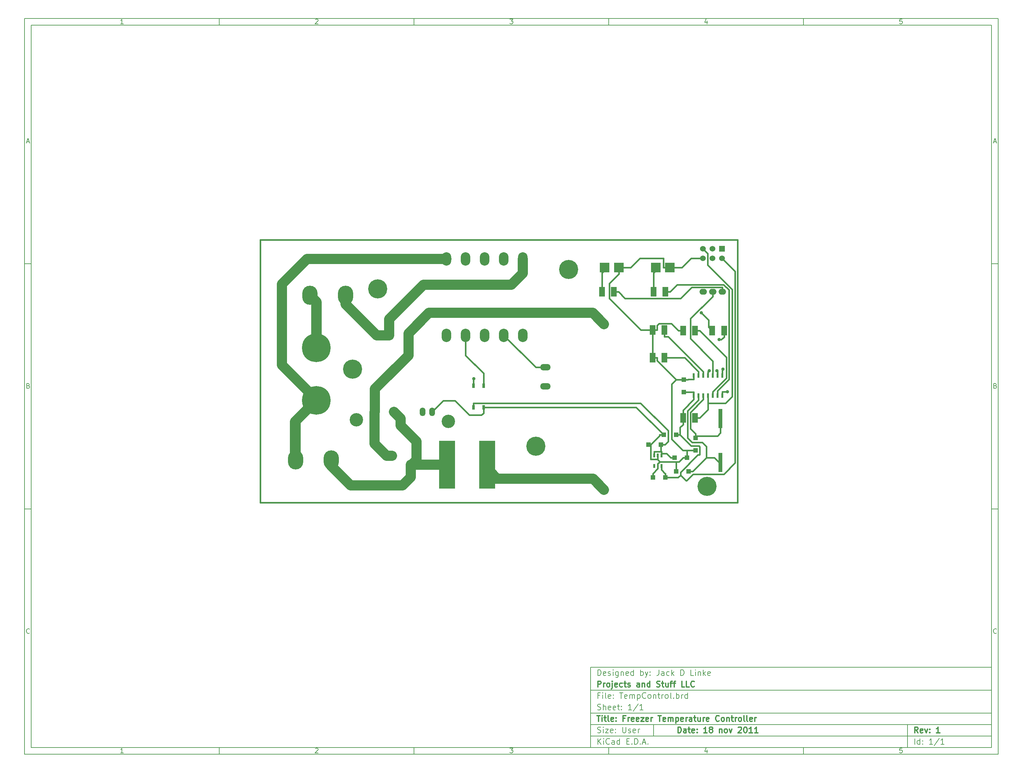
<source format=gtl>
G04 (created by PCBNEW-RS274X (2011-07-08 BZR 3044)-stable) date 11/18/2011 4:50:18 PM*
G01*
G70*
G90*
%MOIN*%
G04 Gerber Fmt 3.4, Leading zero omitted, Abs format*
%FSLAX34Y34*%
G04 APERTURE LIST*
%ADD10C,0.006000*%
%ADD11C,0.012000*%
%ADD12C,0.015000*%
%ADD13C,0.200000*%
%ADD14R,0.020000X0.045000*%
%ADD15R,0.060000X0.060000*%
%ADD16C,0.060000*%
%ADD17R,0.023600X0.043300*%
%ADD18R,0.167300X0.500000*%
%ADD19C,0.102400*%
%ADD20R,0.049200X0.049200*%
%ADD21R,0.059100X0.098400*%
%ADD22O,0.100000X0.070000*%
%ADD23R,0.026000X0.050000*%
%ADD24O,0.100000X0.140000*%
%ADD25O,0.160000X0.200000*%
%ADD26O,0.066900X0.110200*%
%ADD27O,0.110200X0.066900*%
%ADD28R,0.039400X0.200000*%
%ADD29C,0.140000*%
%ADD30R,0.100000X0.100000*%
%ADD31O,0.060000X0.090000*%
%ADD32C,0.300000*%
%ADD33O,0.080000X0.060000*%
%ADD34C,0.035000*%
%ADD35C,0.016000*%
%ADD36C,0.108000*%
G04 APERTURE END LIST*
G54D10*
X04000Y-04000D02*
X106000Y-04000D01*
X106000Y-81000D01*
X04000Y-81000D01*
X04000Y-04000D01*
X04700Y-04700D02*
X105300Y-04700D01*
X105300Y-80300D01*
X04700Y-80300D01*
X04700Y-04700D01*
X24400Y-04000D02*
X24400Y-04700D01*
X14343Y-04552D02*
X14057Y-04552D01*
X14200Y-04552D02*
X14200Y-04052D01*
X14152Y-04124D01*
X14105Y-04171D01*
X14057Y-04195D01*
X24400Y-81000D02*
X24400Y-80300D01*
X14343Y-80852D02*
X14057Y-80852D01*
X14200Y-80852D02*
X14200Y-80352D01*
X14152Y-80424D01*
X14105Y-80471D01*
X14057Y-80495D01*
X44800Y-04000D02*
X44800Y-04700D01*
X34457Y-04100D02*
X34481Y-04076D01*
X34529Y-04052D01*
X34648Y-04052D01*
X34695Y-04076D01*
X34719Y-04100D01*
X34743Y-04148D01*
X34743Y-04195D01*
X34719Y-04267D01*
X34433Y-04552D01*
X34743Y-04552D01*
X44800Y-81000D02*
X44800Y-80300D01*
X34457Y-80400D02*
X34481Y-80376D01*
X34529Y-80352D01*
X34648Y-80352D01*
X34695Y-80376D01*
X34719Y-80400D01*
X34743Y-80448D01*
X34743Y-80495D01*
X34719Y-80567D01*
X34433Y-80852D01*
X34743Y-80852D01*
X65200Y-04000D02*
X65200Y-04700D01*
X54833Y-04052D02*
X55143Y-04052D01*
X54976Y-04243D01*
X55048Y-04243D01*
X55095Y-04267D01*
X55119Y-04290D01*
X55143Y-04338D01*
X55143Y-04457D01*
X55119Y-04505D01*
X55095Y-04529D01*
X55048Y-04552D01*
X54905Y-04552D01*
X54857Y-04529D01*
X54833Y-04505D01*
X65200Y-81000D02*
X65200Y-80300D01*
X54833Y-80352D02*
X55143Y-80352D01*
X54976Y-80543D01*
X55048Y-80543D01*
X55095Y-80567D01*
X55119Y-80590D01*
X55143Y-80638D01*
X55143Y-80757D01*
X55119Y-80805D01*
X55095Y-80829D01*
X55048Y-80852D01*
X54905Y-80852D01*
X54857Y-80829D01*
X54833Y-80805D01*
X85600Y-04000D02*
X85600Y-04700D01*
X75495Y-04219D02*
X75495Y-04552D01*
X75376Y-04029D02*
X75257Y-04386D01*
X75567Y-04386D01*
X85600Y-81000D02*
X85600Y-80300D01*
X75495Y-80519D02*
X75495Y-80852D01*
X75376Y-80329D02*
X75257Y-80686D01*
X75567Y-80686D01*
X95919Y-04052D02*
X95681Y-04052D01*
X95657Y-04290D01*
X95681Y-04267D01*
X95729Y-04243D01*
X95848Y-04243D01*
X95895Y-04267D01*
X95919Y-04290D01*
X95943Y-04338D01*
X95943Y-04457D01*
X95919Y-04505D01*
X95895Y-04529D01*
X95848Y-04552D01*
X95729Y-04552D01*
X95681Y-04529D01*
X95657Y-04505D01*
X95919Y-80352D02*
X95681Y-80352D01*
X95657Y-80590D01*
X95681Y-80567D01*
X95729Y-80543D01*
X95848Y-80543D01*
X95895Y-80567D01*
X95919Y-80590D01*
X95943Y-80638D01*
X95943Y-80757D01*
X95919Y-80805D01*
X95895Y-80829D01*
X95848Y-80852D01*
X95729Y-80852D01*
X95681Y-80829D01*
X95657Y-80805D01*
X04000Y-29660D02*
X04700Y-29660D01*
X04231Y-16890D02*
X04469Y-16890D01*
X04184Y-17032D02*
X04350Y-16532D01*
X04517Y-17032D01*
X106000Y-29660D02*
X105300Y-29660D01*
X105531Y-16890D02*
X105769Y-16890D01*
X105484Y-17032D02*
X105650Y-16532D01*
X105817Y-17032D01*
X04000Y-55320D02*
X04700Y-55320D01*
X04386Y-42430D02*
X04457Y-42454D01*
X04481Y-42478D01*
X04505Y-42526D01*
X04505Y-42597D01*
X04481Y-42645D01*
X04457Y-42669D01*
X04410Y-42692D01*
X04219Y-42692D01*
X04219Y-42192D01*
X04386Y-42192D01*
X04433Y-42216D01*
X04457Y-42240D01*
X04481Y-42288D01*
X04481Y-42335D01*
X04457Y-42383D01*
X04433Y-42407D01*
X04386Y-42430D01*
X04219Y-42430D01*
X106000Y-55320D02*
X105300Y-55320D01*
X105686Y-42430D02*
X105757Y-42454D01*
X105781Y-42478D01*
X105805Y-42526D01*
X105805Y-42597D01*
X105781Y-42645D01*
X105757Y-42669D01*
X105710Y-42692D01*
X105519Y-42692D01*
X105519Y-42192D01*
X105686Y-42192D01*
X105733Y-42216D01*
X105757Y-42240D01*
X105781Y-42288D01*
X105781Y-42335D01*
X105757Y-42383D01*
X105733Y-42407D01*
X105686Y-42430D01*
X105519Y-42430D01*
X04505Y-68305D02*
X04481Y-68329D01*
X04410Y-68352D01*
X04362Y-68352D01*
X04290Y-68329D01*
X04243Y-68281D01*
X04219Y-68233D01*
X04195Y-68138D01*
X04195Y-68067D01*
X04219Y-67971D01*
X04243Y-67924D01*
X04290Y-67876D01*
X04362Y-67852D01*
X04410Y-67852D01*
X04481Y-67876D01*
X04505Y-67900D01*
X105805Y-68305D02*
X105781Y-68329D01*
X105710Y-68352D01*
X105662Y-68352D01*
X105590Y-68329D01*
X105543Y-68281D01*
X105519Y-68233D01*
X105495Y-68138D01*
X105495Y-68067D01*
X105519Y-67971D01*
X105543Y-67924D01*
X105590Y-67876D01*
X105662Y-67852D01*
X105710Y-67852D01*
X105781Y-67876D01*
X105805Y-67900D01*
G54D11*
X72443Y-78743D02*
X72443Y-78143D01*
X72586Y-78143D01*
X72671Y-78171D01*
X72729Y-78229D01*
X72757Y-78286D01*
X72786Y-78400D01*
X72786Y-78486D01*
X72757Y-78600D01*
X72729Y-78657D01*
X72671Y-78714D01*
X72586Y-78743D01*
X72443Y-78743D01*
X73300Y-78743D02*
X73300Y-78429D01*
X73271Y-78371D01*
X73214Y-78343D01*
X73100Y-78343D01*
X73043Y-78371D01*
X73300Y-78714D02*
X73243Y-78743D01*
X73100Y-78743D01*
X73043Y-78714D01*
X73014Y-78657D01*
X73014Y-78600D01*
X73043Y-78543D01*
X73100Y-78514D01*
X73243Y-78514D01*
X73300Y-78486D01*
X73500Y-78343D02*
X73729Y-78343D01*
X73586Y-78143D02*
X73586Y-78657D01*
X73614Y-78714D01*
X73672Y-78743D01*
X73729Y-78743D01*
X74157Y-78714D02*
X74100Y-78743D01*
X73986Y-78743D01*
X73929Y-78714D01*
X73900Y-78657D01*
X73900Y-78429D01*
X73929Y-78371D01*
X73986Y-78343D01*
X74100Y-78343D01*
X74157Y-78371D01*
X74186Y-78429D01*
X74186Y-78486D01*
X73900Y-78543D01*
X74443Y-78686D02*
X74471Y-78714D01*
X74443Y-78743D01*
X74414Y-78714D01*
X74443Y-78686D01*
X74443Y-78743D01*
X74443Y-78371D02*
X74471Y-78400D01*
X74443Y-78429D01*
X74414Y-78400D01*
X74443Y-78371D01*
X74443Y-78429D01*
X75500Y-78743D02*
X75157Y-78743D01*
X75329Y-78743D02*
X75329Y-78143D01*
X75272Y-78229D01*
X75214Y-78286D01*
X75157Y-78314D01*
X75843Y-78400D02*
X75785Y-78371D01*
X75757Y-78343D01*
X75728Y-78286D01*
X75728Y-78257D01*
X75757Y-78200D01*
X75785Y-78171D01*
X75843Y-78143D01*
X75957Y-78143D01*
X76014Y-78171D01*
X76043Y-78200D01*
X76071Y-78257D01*
X76071Y-78286D01*
X76043Y-78343D01*
X76014Y-78371D01*
X75957Y-78400D01*
X75843Y-78400D01*
X75785Y-78429D01*
X75757Y-78457D01*
X75728Y-78514D01*
X75728Y-78629D01*
X75757Y-78686D01*
X75785Y-78714D01*
X75843Y-78743D01*
X75957Y-78743D01*
X76014Y-78714D01*
X76043Y-78686D01*
X76071Y-78629D01*
X76071Y-78514D01*
X76043Y-78457D01*
X76014Y-78429D01*
X75957Y-78400D01*
X76785Y-78343D02*
X76785Y-78743D01*
X76785Y-78400D02*
X76813Y-78371D01*
X76871Y-78343D01*
X76956Y-78343D01*
X77013Y-78371D01*
X77042Y-78429D01*
X77042Y-78743D01*
X77414Y-78743D02*
X77356Y-78714D01*
X77328Y-78686D01*
X77299Y-78629D01*
X77299Y-78457D01*
X77328Y-78400D01*
X77356Y-78371D01*
X77414Y-78343D01*
X77499Y-78343D01*
X77556Y-78371D01*
X77585Y-78400D01*
X77614Y-78457D01*
X77614Y-78629D01*
X77585Y-78686D01*
X77556Y-78714D01*
X77499Y-78743D01*
X77414Y-78743D01*
X77814Y-78343D02*
X77957Y-78743D01*
X78099Y-78343D01*
X78756Y-78200D02*
X78785Y-78171D01*
X78842Y-78143D01*
X78985Y-78143D01*
X79042Y-78171D01*
X79071Y-78200D01*
X79099Y-78257D01*
X79099Y-78314D01*
X79071Y-78400D01*
X78728Y-78743D01*
X79099Y-78743D01*
X79470Y-78143D02*
X79527Y-78143D01*
X79584Y-78171D01*
X79613Y-78200D01*
X79642Y-78257D01*
X79670Y-78371D01*
X79670Y-78514D01*
X79642Y-78629D01*
X79613Y-78686D01*
X79584Y-78714D01*
X79527Y-78743D01*
X79470Y-78743D01*
X79413Y-78714D01*
X79384Y-78686D01*
X79356Y-78629D01*
X79327Y-78514D01*
X79327Y-78371D01*
X79356Y-78257D01*
X79384Y-78200D01*
X79413Y-78171D01*
X79470Y-78143D01*
X80241Y-78743D02*
X79898Y-78743D01*
X80070Y-78743D02*
X80070Y-78143D01*
X80013Y-78229D01*
X79955Y-78286D01*
X79898Y-78314D01*
X80812Y-78743D02*
X80469Y-78743D01*
X80641Y-78743D02*
X80641Y-78143D01*
X80584Y-78229D01*
X80526Y-78286D01*
X80469Y-78314D01*
G54D10*
X64043Y-79943D02*
X64043Y-79343D01*
X64386Y-79943D02*
X64129Y-79600D01*
X64386Y-79343D02*
X64043Y-79686D01*
X64643Y-79943D02*
X64643Y-79543D01*
X64643Y-79343D02*
X64614Y-79371D01*
X64643Y-79400D01*
X64671Y-79371D01*
X64643Y-79343D01*
X64643Y-79400D01*
X65272Y-79886D02*
X65243Y-79914D01*
X65157Y-79943D01*
X65100Y-79943D01*
X65015Y-79914D01*
X64957Y-79857D01*
X64929Y-79800D01*
X64900Y-79686D01*
X64900Y-79600D01*
X64929Y-79486D01*
X64957Y-79429D01*
X65015Y-79371D01*
X65100Y-79343D01*
X65157Y-79343D01*
X65243Y-79371D01*
X65272Y-79400D01*
X65786Y-79943D02*
X65786Y-79629D01*
X65757Y-79571D01*
X65700Y-79543D01*
X65586Y-79543D01*
X65529Y-79571D01*
X65786Y-79914D02*
X65729Y-79943D01*
X65586Y-79943D01*
X65529Y-79914D01*
X65500Y-79857D01*
X65500Y-79800D01*
X65529Y-79743D01*
X65586Y-79714D01*
X65729Y-79714D01*
X65786Y-79686D01*
X66329Y-79943D02*
X66329Y-79343D01*
X66329Y-79914D02*
X66272Y-79943D01*
X66158Y-79943D01*
X66100Y-79914D01*
X66072Y-79886D01*
X66043Y-79829D01*
X66043Y-79657D01*
X66072Y-79600D01*
X66100Y-79571D01*
X66158Y-79543D01*
X66272Y-79543D01*
X66329Y-79571D01*
X67072Y-79629D02*
X67272Y-79629D01*
X67358Y-79943D02*
X67072Y-79943D01*
X67072Y-79343D01*
X67358Y-79343D01*
X67615Y-79886D02*
X67643Y-79914D01*
X67615Y-79943D01*
X67586Y-79914D01*
X67615Y-79886D01*
X67615Y-79943D01*
X67901Y-79943D02*
X67901Y-79343D01*
X68044Y-79343D01*
X68129Y-79371D01*
X68187Y-79429D01*
X68215Y-79486D01*
X68244Y-79600D01*
X68244Y-79686D01*
X68215Y-79800D01*
X68187Y-79857D01*
X68129Y-79914D01*
X68044Y-79943D01*
X67901Y-79943D01*
X68501Y-79886D02*
X68529Y-79914D01*
X68501Y-79943D01*
X68472Y-79914D01*
X68501Y-79886D01*
X68501Y-79943D01*
X68758Y-79771D02*
X69044Y-79771D01*
X68701Y-79943D02*
X68901Y-79343D01*
X69101Y-79943D01*
X69301Y-79886D02*
X69329Y-79914D01*
X69301Y-79943D01*
X69272Y-79914D01*
X69301Y-79886D01*
X69301Y-79943D01*
G54D11*
X97586Y-78743D02*
X97386Y-78457D01*
X97243Y-78743D02*
X97243Y-78143D01*
X97471Y-78143D01*
X97529Y-78171D01*
X97557Y-78200D01*
X97586Y-78257D01*
X97586Y-78343D01*
X97557Y-78400D01*
X97529Y-78429D01*
X97471Y-78457D01*
X97243Y-78457D01*
X98071Y-78714D02*
X98014Y-78743D01*
X97900Y-78743D01*
X97843Y-78714D01*
X97814Y-78657D01*
X97814Y-78429D01*
X97843Y-78371D01*
X97900Y-78343D01*
X98014Y-78343D01*
X98071Y-78371D01*
X98100Y-78429D01*
X98100Y-78486D01*
X97814Y-78543D01*
X98300Y-78343D02*
X98443Y-78743D01*
X98585Y-78343D01*
X98814Y-78686D02*
X98842Y-78714D01*
X98814Y-78743D01*
X98785Y-78714D01*
X98814Y-78686D01*
X98814Y-78743D01*
X98814Y-78371D02*
X98842Y-78400D01*
X98814Y-78429D01*
X98785Y-78400D01*
X98814Y-78371D01*
X98814Y-78429D01*
X99871Y-78743D02*
X99528Y-78743D01*
X99700Y-78743D02*
X99700Y-78143D01*
X99643Y-78229D01*
X99585Y-78286D01*
X99528Y-78314D01*
G54D10*
X64014Y-78714D02*
X64100Y-78743D01*
X64243Y-78743D01*
X64300Y-78714D01*
X64329Y-78686D01*
X64357Y-78629D01*
X64357Y-78571D01*
X64329Y-78514D01*
X64300Y-78486D01*
X64243Y-78457D01*
X64129Y-78429D01*
X64071Y-78400D01*
X64043Y-78371D01*
X64014Y-78314D01*
X64014Y-78257D01*
X64043Y-78200D01*
X64071Y-78171D01*
X64129Y-78143D01*
X64271Y-78143D01*
X64357Y-78171D01*
X64614Y-78743D02*
X64614Y-78343D01*
X64614Y-78143D02*
X64585Y-78171D01*
X64614Y-78200D01*
X64642Y-78171D01*
X64614Y-78143D01*
X64614Y-78200D01*
X64843Y-78343D02*
X65157Y-78343D01*
X64843Y-78743D01*
X65157Y-78743D01*
X65614Y-78714D02*
X65557Y-78743D01*
X65443Y-78743D01*
X65386Y-78714D01*
X65357Y-78657D01*
X65357Y-78429D01*
X65386Y-78371D01*
X65443Y-78343D01*
X65557Y-78343D01*
X65614Y-78371D01*
X65643Y-78429D01*
X65643Y-78486D01*
X65357Y-78543D01*
X65900Y-78686D02*
X65928Y-78714D01*
X65900Y-78743D01*
X65871Y-78714D01*
X65900Y-78686D01*
X65900Y-78743D01*
X65900Y-78371D02*
X65928Y-78400D01*
X65900Y-78429D01*
X65871Y-78400D01*
X65900Y-78371D01*
X65900Y-78429D01*
X66643Y-78143D02*
X66643Y-78629D01*
X66671Y-78686D01*
X66700Y-78714D01*
X66757Y-78743D01*
X66871Y-78743D01*
X66929Y-78714D01*
X66957Y-78686D01*
X66986Y-78629D01*
X66986Y-78143D01*
X67243Y-78714D02*
X67300Y-78743D01*
X67415Y-78743D01*
X67472Y-78714D01*
X67500Y-78657D01*
X67500Y-78629D01*
X67472Y-78571D01*
X67415Y-78543D01*
X67329Y-78543D01*
X67272Y-78514D01*
X67243Y-78457D01*
X67243Y-78429D01*
X67272Y-78371D01*
X67329Y-78343D01*
X67415Y-78343D01*
X67472Y-78371D01*
X67986Y-78714D02*
X67929Y-78743D01*
X67815Y-78743D01*
X67758Y-78714D01*
X67729Y-78657D01*
X67729Y-78429D01*
X67758Y-78371D01*
X67815Y-78343D01*
X67929Y-78343D01*
X67986Y-78371D01*
X68015Y-78429D01*
X68015Y-78486D01*
X67729Y-78543D01*
X68272Y-78743D02*
X68272Y-78343D01*
X68272Y-78457D02*
X68300Y-78400D01*
X68329Y-78371D01*
X68386Y-78343D01*
X68443Y-78343D01*
X97243Y-79943D02*
X97243Y-79343D01*
X97786Y-79943D02*
X97786Y-79343D01*
X97786Y-79914D02*
X97729Y-79943D01*
X97615Y-79943D01*
X97557Y-79914D01*
X97529Y-79886D01*
X97500Y-79829D01*
X97500Y-79657D01*
X97529Y-79600D01*
X97557Y-79571D01*
X97615Y-79543D01*
X97729Y-79543D01*
X97786Y-79571D01*
X98072Y-79886D02*
X98100Y-79914D01*
X98072Y-79943D01*
X98043Y-79914D01*
X98072Y-79886D01*
X98072Y-79943D01*
X98072Y-79571D02*
X98100Y-79600D01*
X98072Y-79629D01*
X98043Y-79600D01*
X98072Y-79571D01*
X98072Y-79629D01*
X99129Y-79943D02*
X98786Y-79943D01*
X98958Y-79943D02*
X98958Y-79343D01*
X98901Y-79429D01*
X98843Y-79486D01*
X98786Y-79514D01*
X99814Y-79314D02*
X99300Y-80086D01*
X100329Y-79943D02*
X99986Y-79943D01*
X100158Y-79943D02*
X100158Y-79343D01*
X100101Y-79429D01*
X100043Y-79486D01*
X99986Y-79514D01*
G54D11*
X63957Y-76943D02*
X64300Y-76943D01*
X64129Y-77543D02*
X64129Y-76943D01*
X64500Y-77543D02*
X64500Y-77143D01*
X64500Y-76943D02*
X64471Y-76971D01*
X64500Y-77000D01*
X64528Y-76971D01*
X64500Y-76943D01*
X64500Y-77000D01*
X64700Y-77143D02*
X64929Y-77143D01*
X64786Y-76943D02*
X64786Y-77457D01*
X64814Y-77514D01*
X64872Y-77543D01*
X64929Y-77543D01*
X65215Y-77543D02*
X65157Y-77514D01*
X65129Y-77457D01*
X65129Y-76943D01*
X65671Y-77514D02*
X65614Y-77543D01*
X65500Y-77543D01*
X65443Y-77514D01*
X65414Y-77457D01*
X65414Y-77229D01*
X65443Y-77171D01*
X65500Y-77143D01*
X65614Y-77143D01*
X65671Y-77171D01*
X65700Y-77229D01*
X65700Y-77286D01*
X65414Y-77343D01*
X65957Y-77486D02*
X65985Y-77514D01*
X65957Y-77543D01*
X65928Y-77514D01*
X65957Y-77486D01*
X65957Y-77543D01*
X65957Y-77171D02*
X65985Y-77200D01*
X65957Y-77229D01*
X65928Y-77200D01*
X65957Y-77171D01*
X65957Y-77229D01*
X66900Y-77229D02*
X66700Y-77229D01*
X66700Y-77543D02*
X66700Y-76943D01*
X66986Y-76943D01*
X67214Y-77543D02*
X67214Y-77143D01*
X67214Y-77257D02*
X67242Y-77200D01*
X67271Y-77171D01*
X67328Y-77143D01*
X67385Y-77143D01*
X67813Y-77514D02*
X67756Y-77543D01*
X67642Y-77543D01*
X67585Y-77514D01*
X67556Y-77457D01*
X67556Y-77229D01*
X67585Y-77171D01*
X67642Y-77143D01*
X67756Y-77143D01*
X67813Y-77171D01*
X67842Y-77229D01*
X67842Y-77286D01*
X67556Y-77343D01*
X68327Y-77514D02*
X68270Y-77543D01*
X68156Y-77543D01*
X68099Y-77514D01*
X68070Y-77457D01*
X68070Y-77229D01*
X68099Y-77171D01*
X68156Y-77143D01*
X68270Y-77143D01*
X68327Y-77171D01*
X68356Y-77229D01*
X68356Y-77286D01*
X68070Y-77343D01*
X68556Y-77143D02*
X68870Y-77143D01*
X68556Y-77543D01*
X68870Y-77543D01*
X69327Y-77514D02*
X69270Y-77543D01*
X69156Y-77543D01*
X69099Y-77514D01*
X69070Y-77457D01*
X69070Y-77229D01*
X69099Y-77171D01*
X69156Y-77143D01*
X69270Y-77143D01*
X69327Y-77171D01*
X69356Y-77229D01*
X69356Y-77286D01*
X69070Y-77343D01*
X69613Y-77543D02*
X69613Y-77143D01*
X69613Y-77257D02*
X69641Y-77200D01*
X69670Y-77171D01*
X69727Y-77143D01*
X69784Y-77143D01*
X70355Y-76943D02*
X70698Y-76943D01*
X70527Y-77543D02*
X70527Y-76943D01*
X71126Y-77514D02*
X71069Y-77543D01*
X70955Y-77543D01*
X70898Y-77514D01*
X70869Y-77457D01*
X70869Y-77229D01*
X70898Y-77171D01*
X70955Y-77143D01*
X71069Y-77143D01*
X71126Y-77171D01*
X71155Y-77229D01*
X71155Y-77286D01*
X70869Y-77343D01*
X71412Y-77543D02*
X71412Y-77143D01*
X71412Y-77200D02*
X71440Y-77171D01*
X71498Y-77143D01*
X71583Y-77143D01*
X71640Y-77171D01*
X71669Y-77229D01*
X71669Y-77543D01*
X71669Y-77229D02*
X71698Y-77171D01*
X71755Y-77143D01*
X71840Y-77143D01*
X71898Y-77171D01*
X71926Y-77229D01*
X71926Y-77543D01*
X72212Y-77143D02*
X72212Y-77743D01*
X72212Y-77171D02*
X72269Y-77143D01*
X72383Y-77143D01*
X72440Y-77171D01*
X72469Y-77200D01*
X72498Y-77257D01*
X72498Y-77429D01*
X72469Y-77486D01*
X72440Y-77514D01*
X72383Y-77543D01*
X72269Y-77543D01*
X72212Y-77514D01*
X72983Y-77514D02*
X72926Y-77543D01*
X72812Y-77543D01*
X72755Y-77514D01*
X72726Y-77457D01*
X72726Y-77229D01*
X72755Y-77171D01*
X72812Y-77143D01*
X72926Y-77143D01*
X72983Y-77171D01*
X73012Y-77229D01*
X73012Y-77286D01*
X72726Y-77343D01*
X73269Y-77543D02*
X73269Y-77143D01*
X73269Y-77257D02*
X73297Y-77200D01*
X73326Y-77171D01*
X73383Y-77143D01*
X73440Y-77143D01*
X73897Y-77543D02*
X73897Y-77229D01*
X73868Y-77171D01*
X73811Y-77143D01*
X73697Y-77143D01*
X73640Y-77171D01*
X73897Y-77514D02*
X73840Y-77543D01*
X73697Y-77543D01*
X73640Y-77514D01*
X73611Y-77457D01*
X73611Y-77400D01*
X73640Y-77343D01*
X73697Y-77314D01*
X73840Y-77314D01*
X73897Y-77286D01*
X74097Y-77143D02*
X74326Y-77143D01*
X74183Y-76943D02*
X74183Y-77457D01*
X74211Y-77514D01*
X74269Y-77543D01*
X74326Y-77543D01*
X74783Y-77143D02*
X74783Y-77543D01*
X74526Y-77143D02*
X74526Y-77457D01*
X74554Y-77514D01*
X74612Y-77543D01*
X74697Y-77543D01*
X74754Y-77514D01*
X74783Y-77486D01*
X75069Y-77543D02*
X75069Y-77143D01*
X75069Y-77257D02*
X75097Y-77200D01*
X75126Y-77171D01*
X75183Y-77143D01*
X75240Y-77143D01*
X75668Y-77514D02*
X75611Y-77543D01*
X75497Y-77543D01*
X75440Y-77514D01*
X75411Y-77457D01*
X75411Y-77229D01*
X75440Y-77171D01*
X75497Y-77143D01*
X75611Y-77143D01*
X75668Y-77171D01*
X75697Y-77229D01*
X75697Y-77286D01*
X75411Y-77343D01*
X76754Y-77486D02*
X76725Y-77514D01*
X76639Y-77543D01*
X76582Y-77543D01*
X76497Y-77514D01*
X76439Y-77457D01*
X76411Y-77400D01*
X76382Y-77286D01*
X76382Y-77200D01*
X76411Y-77086D01*
X76439Y-77029D01*
X76497Y-76971D01*
X76582Y-76943D01*
X76639Y-76943D01*
X76725Y-76971D01*
X76754Y-77000D01*
X77097Y-77543D02*
X77039Y-77514D01*
X77011Y-77486D01*
X76982Y-77429D01*
X76982Y-77257D01*
X77011Y-77200D01*
X77039Y-77171D01*
X77097Y-77143D01*
X77182Y-77143D01*
X77239Y-77171D01*
X77268Y-77200D01*
X77297Y-77257D01*
X77297Y-77429D01*
X77268Y-77486D01*
X77239Y-77514D01*
X77182Y-77543D01*
X77097Y-77543D01*
X77554Y-77143D02*
X77554Y-77543D01*
X77554Y-77200D02*
X77582Y-77171D01*
X77640Y-77143D01*
X77725Y-77143D01*
X77782Y-77171D01*
X77811Y-77229D01*
X77811Y-77543D01*
X78011Y-77143D02*
X78240Y-77143D01*
X78097Y-76943D02*
X78097Y-77457D01*
X78125Y-77514D01*
X78183Y-77543D01*
X78240Y-77543D01*
X78440Y-77543D02*
X78440Y-77143D01*
X78440Y-77257D02*
X78468Y-77200D01*
X78497Y-77171D01*
X78554Y-77143D01*
X78611Y-77143D01*
X78897Y-77543D02*
X78839Y-77514D01*
X78811Y-77486D01*
X78782Y-77429D01*
X78782Y-77257D01*
X78811Y-77200D01*
X78839Y-77171D01*
X78897Y-77143D01*
X78982Y-77143D01*
X79039Y-77171D01*
X79068Y-77200D01*
X79097Y-77257D01*
X79097Y-77429D01*
X79068Y-77486D01*
X79039Y-77514D01*
X78982Y-77543D01*
X78897Y-77543D01*
X79440Y-77543D02*
X79382Y-77514D01*
X79354Y-77457D01*
X79354Y-76943D01*
X79754Y-77543D02*
X79696Y-77514D01*
X79668Y-77457D01*
X79668Y-76943D01*
X80210Y-77514D02*
X80153Y-77543D01*
X80039Y-77543D01*
X79982Y-77514D01*
X79953Y-77457D01*
X79953Y-77229D01*
X79982Y-77171D01*
X80039Y-77143D01*
X80153Y-77143D01*
X80210Y-77171D01*
X80239Y-77229D01*
X80239Y-77286D01*
X79953Y-77343D01*
X80496Y-77543D02*
X80496Y-77143D01*
X80496Y-77257D02*
X80524Y-77200D01*
X80553Y-77171D01*
X80610Y-77143D01*
X80667Y-77143D01*
G54D10*
X64243Y-74829D02*
X64043Y-74829D01*
X64043Y-75143D02*
X64043Y-74543D01*
X64329Y-74543D01*
X64557Y-75143D02*
X64557Y-74743D01*
X64557Y-74543D02*
X64528Y-74571D01*
X64557Y-74600D01*
X64585Y-74571D01*
X64557Y-74543D01*
X64557Y-74600D01*
X64929Y-75143D02*
X64871Y-75114D01*
X64843Y-75057D01*
X64843Y-74543D01*
X65385Y-75114D02*
X65328Y-75143D01*
X65214Y-75143D01*
X65157Y-75114D01*
X65128Y-75057D01*
X65128Y-74829D01*
X65157Y-74771D01*
X65214Y-74743D01*
X65328Y-74743D01*
X65385Y-74771D01*
X65414Y-74829D01*
X65414Y-74886D01*
X65128Y-74943D01*
X65671Y-75086D02*
X65699Y-75114D01*
X65671Y-75143D01*
X65642Y-75114D01*
X65671Y-75086D01*
X65671Y-75143D01*
X65671Y-74771D02*
X65699Y-74800D01*
X65671Y-74829D01*
X65642Y-74800D01*
X65671Y-74771D01*
X65671Y-74829D01*
X66328Y-74543D02*
X66671Y-74543D01*
X66500Y-75143D02*
X66500Y-74543D01*
X67099Y-75114D02*
X67042Y-75143D01*
X66928Y-75143D01*
X66871Y-75114D01*
X66842Y-75057D01*
X66842Y-74829D01*
X66871Y-74771D01*
X66928Y-74743D01*
X67042Y-74743D01*
X67099Y-74771D01*
X67128Y-74829D01*
X67128Y-74886D01*
X66842Y-74943D01*
X67385Y-75143D02*
X67385Y-74743D01*
X67385Y-74800D02*
X67413Y-74771D01*
X67471Y-74743D01*
X67556Y-74743D01*
X67613Y-74771D01*
X67642Y-74829D01*
X67642Y-75143D01*
X67642Y-74829D02*
X67671Y-74771D01*
X67728Y-74743D01*
X67813Y-74743D01*
X67871Y-74771D01*
X67899Y-74829D01*
X67899Y-75143D01*
X68185Y-74743D02*
X68185Y-75343D01*
X68185Y-74771D02*
X68242Y-74743D01*
X68356Y-74743D01*
X68413Y-74771D01*
X68442Y-74800D01*
X68471Y-74857D01*
X68471Y-75029D01*
X68442Y-75086D01*
X68413Y-75114D01*
X68356Y-75143D01*
X68242Y-75143D01*
X68185Y-75114D01*
X69071Y-75086D02*
X69042Y-75114D01*
X68956Y-75143D01*
X68899Y-75143D01*
X68814Y-75114D01*
X68756Y-75057D01*
X68728Y-75000D01*
X68699Y-74886D01*
X68699Y-74800D01*
X68728Y-74686D01*
X68756Y-74629D01*
X68814Y-74571D01*
X68899Y-74543D01*
X68956Y-74543D01*
X69042Y-74571D01*
X69071Y-74600D01*
X69414Y-75143D02*
X69356Y-75114D01*
X69328Y-75086D01*
X69299Y-75029D01*
X69299Y-74857D01*
X69328Y-74800D01*
X69356Y-74771D01*
X69414Y-74743D01*
X69499Y-74743D01*
X69556Y-74771D01*
X69585Y-74800D01*
X69614Y-74857D01*
X69614Y-75029D01*
X69585Y-75086D01*
X69556Y-75114D01*
X69499Y-75143D01*
X69414Y-75143D01*
X69871Y-74743D02*
X69871Y-75143D01*
X69871Y-74800D02*
X69899Y-74771D01*
X69957Y-74743D01*
X70042Y-74743D01*
X70099Y-74771D01*
X70128Y-74829D01*
X70128Y-75143D01*
X70328Y-74743D02*
X70557Y-74743D01*
X70414Y-74543D02*
X70414Y-75057D01*
X70442Y-75114D01*
X70500Y-75143D01*
X70557Y-75143D01*
X70757Y-75143D02*
X70757Y-74743D01*
X70757Y-74857D02*
X70785Y-74800D01*
X70814Y-74771D01*
X70871Y-74743D01*
X70928Y-74743D01*
X71214Y-75143D02*
X71156Y-75114D01*
X71128Y-75086D01*
X71099Y-75029D01*
X71099Y-74857D01*
X71128Y-74800D01*
X71156Y-74771D01*
X71214Y-74743D01*
X71299Y-74743D01*
X71356Y-74771D01*
X71385Y-74800D01*
X71414Y-74857D01*
X71414Y-75029D01*
X71385Y-75086D01*
X71356Y-75114D01*
X71299Y-75143D01*
X71214Y-75143D01*
X71757Y-75143D02*
X71699Y-75114D01*
X71671Y-75057D01*
X71671Y-74543D01*
X71985Y-75086D02*
X72013Y-75114D01*
X71985Y-75143D01*
X71956Y-75114D01*
X71985Y-75086D01*
X71985Y-75143D01*
X72271Y-75143D02*
X72271Y-74543D01*
X72271Y-74771D02*
X72328Y-74743D01*
X72442Y-74743D01*
X72499Y-74771D01*
X72528Y-74800D01*
X72557Y-74857D01*
X72557Y-75029D01*
X72528Y-75086D01*
X72499Y-75114D01*
X72442Y-75143D01*
X72328Y-75143D01*
X72271Y-75114D01*
X72814Y-75143D02*
X72814Y-74743D01*
X72814Y-74857D02*
X72842Y-74800D01*
X72871Y-74771D01*
X72928Y-74743D01*
X72985Y-74743D01*
X73442Y-75143D02*
X73442Y-74543D01*
X73442Y-75114D02*
X73385Y-75143D01*
X73271Y-75143D01*
X73213Y-75114D01*
X73185Y-75086D01*
X73156Y-75029D01*
X73156Y-74857D01*
X73185Y-74800D01*
X73213Y-74771D01*
X73271Y-74743D01*
X73385Y-74743D01*
X73442Y-74771D01*
X64014Y-76314D02*
X64100Y-76343D01*
X64243Y-76343D01*
X64300Y-76314D01*
X64329Y-76286D01*
X64357Y-76229D01*
X64357Y-76171D01*
X64329Y-76114D01*
X64300Y-76086D01*
X64243Y-76057D01*
X64129Y-76029D01*
X64071Y-76000D01*
X64043Y-75971D01*
X64014Y-75914D01*
X64014Y-75857D01*
X64043Y-75800D01*
X64071Y-75771D01*
X64129Y-75743D01*
X64271Y-75743D01*
X64357Y-75771D01*
X64614Y-76343D02*
X64614Y-75743D01*
X64871Y-76343D02*
X64871Y-76029D01*
X64842Y-75971D01*
X64785Y-75943D01*
X64700Y-75943D01*
X64642Y-75971D01*
X64614Y-76000D01*
X65385Y-76314D02*
X65328Y-76343D01*
X65214Y-76343D01*
X65157Y-76314D01*
X65128Y-76257D01*
X65128Y-76029D01*
X65157Y-75971D01*
X65214Y-75943D01*
X65328Y-75943D01*
X65385Y-75971D01*
X65414Y-76029D01*
X65414Y-76086D01*
X65128Y-76143D01*
X65899Y-76314D02*
X65842Y-76343D01*
X65728Y-76343D01*
X65671Y-76314D01*
X65642Y-76257D01*
X65642Y-76029D01*
X65671Y-75971D01*
X65728Y-75943D01*
X65842Y-75943D01*
X65899Y-75971D01*
X65928Y-76029D01*
X65928Y-76086D01*
X65642Y-76143D01*
X66099Y-75943D02*
X66328Y-75943D01*
X66185Y-75743D02*
X66185Y-76257D01*
X66213Y-76314D01*
X66271Y-76343D01*
X66328Y-76343D01*
X66528Y-76286D02*
X66556Y-76314D01*
X66528Y-76343D01*
X66499Y-76314D01*
X66528Y-76286D01*
X66528Y-76343D01*
X66528Y-75971D02*
X66556Y-76000D01*
X66528Y-76029D01*
X66499Y-76000D01*
X66528Y-75971D01*
X66528Y-76029D01*
X67585Y-76343D02*
X67242Y-76343D01*
X67414Y-76343D02*
X67414Y-75743D01*
X67357Y-75829D01*
X67299Y-75886D01*
X67242Y-75914D01*
X68270Y-75714D02*
X67756Y-76486D01*
X68785Y-76343D02*
X68442Y-76343D01*
X68614Y-76343D02*
X68614Y-75743D01*
X68557Y-75829D01*
X68499Y-75886D01*
X68442Y-75914D01*
G54D11*
X64043Y-73943D02*
X64043Y-73343D01*
X64271Y-73343D01*
X64329Y-73371D01*
X64357Y-73400D01*
X64386Y-73457D01*
X64386Y-73543D01*
X64357Y-73600D01*
X64329Y-73629D01*
X64271Y-73657D01*
X64043Y-73657D01*
X64643Y-73943D02*
X64643Y-73543D01*
X64643Y-73657D02*
X64671Y-73600D01*
X64700Y-73571D01*
X64757Y-73543D01*
X64814Y-73543D01*
X65100Y-73943D02*
X65042Y-73914D01*
X65014Y-73886D01*
X64985Y-73829D01*
X64985Y-73657D01*
X65014Y-73600D01*
X65042Y-73571D01*
X65100Y-73543D01*
X65185Y-73543D01*
X65242Y-73571D01*
X65271Y-73600D01*
X65300Y-73657D01*
X65300Y-73829D01*
X65271Y-73886D01*
X65242Y-73914D01*
X65185Y-73943D01*
X65100Y-73943D01*
X65557Y-73543D02*
X65557Y-74057D01*
X65528Y-74114D01*
X65471Y-74143D01*
X65443Y-74143D01*
X65557Y-73343D02*
X65528Y-73371D01*
X65557Y-73400D01*
X65585Y-73371D01*
X65557Y-73343D01*
X65557Y-73400D01*
X66071Y-73914D02*
X66014Y-73943D01*
X65900Y-73943D01*
X65843Y-73914D01*
X65814Y-73857D01*
X65814Y-73629D01*
X65843Y-73571D01*
X65900Y-73543D01*
X66014Y-73543D01*
X66071Y-73571D01*
X66100Y-73629D01*
X66100Y-73686D01*
X65814Y-73743D01*
X66614Y-73914D02*
X66557Y-73943D01*
X66443Y-73943D01*
X66385Y-73914D01*
X66357Y-73886D01*
X66328Y-73829D01*
X66328Y-73657D01*
X66357Y-73600D01*
X66385Y-73571D01*
X66443Y-73543D01*
X66557Y-73543D01*
X66614Y-73571D01*
X66785Y-73543D02*
X67014Y-73543D01*
X66871Y-73343D02*
X66871Y-73857D01*
X66899Y-73914D01*
X66957Y-73943D01*
X67014Y-73943D01*
X67185Y-73914D02*
X67242Y-73943D01*
X67357Y-73943D01*
X67414Y-73914D01*
X67442Y-73857D01*
X67442Y-73829D01*
X67414Y-73771D01*
X67357Y-73743D01*
X67271Y-73743D01*
X67214Y-73714D01*
X67185Y-73657D01*
X67185Y-73629D01*
X67214Y-73571D01*
X67271Y-73543D01*
X67357Y-73543D01*
X67414Y-73571D01*
X68414Y-73943D02*
X68414Y-73629D01*
X68385Y-73571D01*
X68328Y-73543D01*
X68214Y-73543D01*
X68157Y-73571D01*
X68414Y-73914D02*
X68357Y-73943D01*
X68214Y-73943D01*
X68157Y-73914D01*
X68128Y-73857D01*
X68128Y-73800D01*
X68157Y-73743D01*
X68214Y-73714D01*
X68357Y-73714D01*
X68414Y-73686D01*
X68700Y-73543D02*
X68700Y-73943D01*
X68700Y-73600D02*
X68728Y-73571D01*
X68786Y-73543D01*
X68871Y-73543D01*
X68928Y-73571D01*
X68957Y-73629D01*
X68957Y-73943D01*
X69500Y-73943D02*
X69500Y-73343D01*
X69500Y-73914D02*
X69443Y-73943D01*
X69329Y-73943D01*
X69271Y-73914D01*
X69243Y-73886D01*
X69214Y-73829D01*
X69214Y-73657D01*
X69243Y-73600D01*
X69271Y-73571D01*
X69329Y-73543D01*
X69443Y-73543D01*
X69500Y-73571D01*
X70214Y-73914D02*
X70300Y-73943D01*
X70443Y-73943D01*
X70500Y-73914D01*
X70529Y-73886D01*
X70557Y-73829D01*
X70557Y-73771D01*
X70529Y-73714D01*
X70500Y-73686D01*
X70443Y-73657D01*
X70329Y-73629D01*
X70271Y-73600D01*
X70243Y-73571D01*
X70214Y-73514D01*
X70214Y-73457D01*
X70243Y-73400D01*
X70271Y-73371D01*
X70329Y-73343D01*
X70471Y-73343D01*
X70557Y-73371D01*
X70728Y-73543D02*
X70957Y-73543D01*
X70814Y-73343D02*
X70814Y-73857D01*
X70842Y-73914D01*
X70900Y-73943D01*
X70957Y-73943D01*
X71414Y-73543D02*
X71414Y-73943D01*
X71157Y-73543D02*
X71157Y-73857D01*
X71185Y-73914D01*
X71243Y-73943D01*
X71328Y-73943D01*
X71385Y-73914D01*
X71414Y-73886D01*
X71614Y-73543D02*
X71843Y-73543D01*
X71700Y-73943D02*
X71700Y-73429D01*
X71728Y-73371D01*
X71786Y-73343D01*
X71843Y-73343D01*
X71957Y-73543D02*
X72186Y-73543D01*
X72043Y-73943D02*
X72043Y-73429D01*
X72071Y-73371D01*
X72129Y-73343D01*
X72186Y-73343D01*
X73129Y-73943D02*
X72843Y-73943D01*
X72843Y-73343D01*
X73615Y-73943D02*
X73329Y-73943D01*
X73329Y-73343D01*
X74158Y-73886D02*
X74129Y-73914D01*
X74043Y-73943D01*
X73986Y-73943D01*
X73901Y-73914D01*
X73843Y-73857D01*
X73815Y-73800D01*
X73786Y-73686D01*
X73786Y-73600D01*
X73815Y-73486D01*
X73843Y-73429D01*
X73901Y-73371D01*
X73986Y-73343D01*
X74043Y-73343D01*
X74129Y-73371D01*
X74158Y-73400D01*
G54D10*
X64043Y-72743D02*
X64043Y-72143D01*
X64186Y-72143D01*
X64271Y-72171D01*
X64329Y-72229D01*
X64357Y-72286D01*
X64386Y-72400D01*
X64386Y-72486D01*
X64357Y-72600D01*
X64329Y-72657D01*
X64271Y-72714D01*
X64186Y-72743D01*
X64043Y-72743D01*
X64871Y-72714D02*
X64814Y-72743D01*
X64700Y-72743D01*
X64643Y-72714D01*
X64614Y-72657D01*
X64614Y-72429D01*
X64643Y-72371D01*
X64700Y-72343D01*
X64814Y-72343D01*
X64871Y-72371D01*
X64900Y-72429D01*
X64900Y-72486D01*
X64614Y-72543D01*
X65128Y-72714D02*
X65185Y-72743D01*
X65300Y-72743D01*
X65357Y-72714D01*
X65385Y-72657D01*
X65385Y-72629D01*
X65357Y-72571D01*
X65300Y-72543D01*
X65214Y-72543D01*
X65157Y-72514D01*
X65128Y-72457D01*
X65128Y-72429D01*
X65157Y-72371D01*
X65214Y-72343D01*
X65300Y-72343D01*
X65357Y-72371D01*
X65643Y-72743D02*
X65643Y-72343D01*
X65643Y-72143D02*
X65614Y-72171D01*
X65643Y-72200D01*
X65671Y-72171D01*
X65643Y-72143D01*
X65643Y-72200D01*
X66186Y-72343D02*
X66186Y-72829D01*
X66157Y-72886D01*
X66129Y-72914D01*
X66072Y-72943D01*
X65986Y-72943D01*
X65929Y-72914D01*
X66186Y-72714D02*
X66129Y-72743D01*
X66015Y-72743D01*
X65957Y-72714D01*
X65929Y-72686D01*
X65900Y-72629D01*
X65900Y-72457D01*
X65929Y-72400D01*
X65957Y-72371D01*
X66015Y-72343D01*
X66129Y-72343D01*
X66186Y-72371D01*
X66472Y-72343D02*
X66472Y-72743D01*
X66472Y-72400D02*
X66500Y-72371D01*
X66558Y-72343D01*
X66643Y-72343D01*
X66700Y-72371D01*
X66729Y-72429D01*
X66729Y-72743D01*
X67243Y-72714D02*
X67186Y-72743D01*
X67072Y-72743D01*
X67015Y-72714D01*
X66986Y-72657D01*
X66986Y-72429D01*
X67015Y-72371D01*
X67072Y-72343D01*
X67186Y-72343D01*
X67243Y-72371D01*
X67272Y-72429D01*
X67272Y-72486D01*
X66986Y-72543D01*
X67786Y-72743D02*
X67786Y-72143D01*
X67786Y-72714D02*
X67729Y-72743D01*
X67615Y-72743D01*
X67557Y-72714D01*
X67529Y-72686D01*
X67500Y-72629D01*
X67500Y-72457D01*
X67529Y-72400D01*
X67557Y-72371D01*
X67615Y-72343D01*
X67729Y-72343D01*
X67786Y-72371D01*
X68529Y-72743D02*
X68529Y-72143D01*
X68529Y-72371D02*
X68586Y-72343D01*
X68700Y-72343D01*
X68757Y-72371D01*
X68786Y-72400D01*
X68815Y-72457D01*
X68815Y-72629D01*
X68786Y-72686D01*
X68757Y-72714D01*
X68700Y-72743D01*
X68586Y-72743D01*
X68529Y-72714D01*
X69015Y-72343D02*
X69158Y-72743D01*
X69300Y-72343D02*
X69158Y-72743D01*
X69100Y-72886D01*
X69072Y-72914D01*
X69015Y-72943D01*
X69529Y-72686D02*
X69557Y-72714D01*
X69529Y-72743D01*
X69500Y-72714D01*
X69529Y-72686D01*
X69529Y-72743D01*
X69529Y-72371D02*
X69557Y-72400D01*
X69529Y-72429D01*
X69500Y-72400D01*
X69529Y-72371D01*
X69529Y-72429D01*
X70443Y-72143D02*
X70443Y-72571D01*
X70415Y-72657D01*
X70358Y-72714D01*
X70272Y-72743D01*
X70215Y-72743D01*
X70986Y-72743D02*
X70986Y-72429D01*
X70957Y-72371D01*
X70900Y-72343D01*
X70786Y-72343D01*
X70729Y-72371D01*
X70986Y-72714D02*
X70929Y-72743D01*
X70786Y-72743D01*
X70729Y-72714D01*
X70700Y-72657D01*
X70700Y-72600D01*
X70729Y-72543D01*
X70786Y-72514D01*
X70929Y-72514D01*
X70986Y-72486D01*
X71529Y-72714D02*
X71472Y-72743D01*
X71358Y-72743D01*
X71300Y-72714D01*
X71272Y-72686D01*
X71243Y-72629D01*
X71243Y-72457D01*
X71272Y-72400D01*
X71300Y-72371D01*
X71358Y-72343D01*
X71472Y-72343D01*
X71529Y-72371D01*
X71786Y-72743D02*
X71786Y-72143D01*
X71843Y-72514D02*
X72014Y-72743D01*
X72014Y-72343D02*
X71786Y-72571D01*
X72729Y-72743D02*
X72729Y-72143D01*
X72872Y-72143D01*
X72957Y-72171D01*
X73015Y-72229D01*
X73043Y-72286D01*
X73072Y-72400D01*
X73072Y-72486D01*
X73043Y-72600D01*
X73015Y-72657D01*
X72957Y-72714D01*
X72872Y-72743D01*
X72729Y-72743D01*
X74072Y-72743D02*
X73786Y-72743D01*
X73786Y-72143D01*
X74272Y-72743D02*
X74272Y-72343D01*
X74272Y-72143D02*
X74243Y-72171D01*
X74272Y-72200D01*
X74300Y-72171D01*
X74272Y-72143D01*
X74272Y-72200D01*
X74558Y-72343D02*
X74558Y-72743D01*
X74558Y-72400D02*
X74586Y-72371D01*
X74644Y-72343D01*
X74729Y-72343D01*
X74786Y-72371D01*
X74815Y-72429D01*
X74815Y-72743D01*
X75101Y-72743D02*
X75101Y-72143D01*
X75158Y-72514D02*
X75329Y-72743D01*
X75329Y-72343D02*
X75101Y-72571D01*
X75815Y-72714D02*
X75758Y-72743D01*
X75644Y-72743D01*
X75587Y-72714D01*
X75558Y-72657D01*
X75558Y-72429D01*
X75587Y-72371D01*
X75644Y-72343D01*
X75758Y-72343D01*
X75815Y-72371D01*
X75844Y-72429D01*
X75844Y-72486D01*
X75558Y-72543D01*
X63300Y-71900D02*
X63300Y-80300D01*
X63300Y-74300D02*
X105300Y-74300D01*
X63300Y-71900D02*
X105300Y-71900D01*
X63300Y-76700D02*
X105300Y-76700D01*
X96500Y-77900D02*
X96500Y-80300D01*
X63300Y-79100D02*
X105300Y-79100D01*
X63300Y-77900D02*
X105300Y-77900D01*
X69900Y-77900D02*
X69900Y-79100D01*
G54D12*
X28700Y-54650D02*
X28700Y-27150D01*
X78700Y-54650D02*
X28700Y-54650D01*
X78700Y-27150D02*
X78700Y-54650D01*
X28700Y-27150D02*
X78700Y-27150D01*
G54D13*
X41000Y-32300D03*
X38350Y-40700D03*
X57550Y-48750D03*
X61000Y-30250D03*
X75500Y-52950D03*
G54D14*
X74100Y-43450D03*
X74600Y-43450D03*
X75100Y-43450D03*
X75600Y-43450D03*
X76100Y-43450D03*
X76600Y-43450D03*
X77100Y-43450D03*
X77100Y-41350D03*
X76600Y-41350D03*
X76100Y-41350D03*
X75600Y-41350D03*
X75100Y-41350D03*
X74600Y-41350D03*
X74100Y-41350D03*
G54D15*
X77052Y-28091D03*
G54D16*
X77052Y-29091D03*
X76052Y-28091D03*
X76052Y-29091D03*
X75052Y-28091D03*
X75052Y-29091D03*
G54D17*
X70330Y-49719D03*
X69956Y-49719D03*
X70704Y-49719D03*
X70704Y-50821D03*
X69956Y-50821D03*
G54D18*
X48250Y-50700D03*
X52450Y-50700D03*
G54D19*
X64700Y-35989D03*
X64700Y-53311D03*
G54D20*
X73050Y-43100D03*
X73050Y-41800D03*
X72099Y-49945D03*
X73399Y-49945D03*
X70654Y-48596D03*
X69354Y-48596D03*
X71119Y-52038D03*
X69819Y-52038D03*
X72236Y-47572D03*
X70936Y-47572D03*
X73550Y-51400D03*
X72250Y-51400D03*
X74300Y-47900D03*
X74300Y-49200D03*
G54D21*
X77280Y-36650D03*
X76020Y-36650D03*
X71130Y-32600D03*
X69870Y-32600D03*
X65730Y-32600D03*
X64470Y-32600D03*
X71030Y-36600D03*
X69770Y-36600D03*
X71030Y-39500D03*
X69770Y-39500D03*
X74230Y-36650D03*
X72970Y-36650D03*
X74230Y-45800D03*
X72970Y-45800D03*
G54D22*
X42294Y-49752D03*
X44662Y-50696D03*
G54D23*
X52070Y-44690D03*
X51030Y-44690D03*
X51030Y-42410D03*
X52070Y-42410D03*
G54D24*
X48200Y-29150D03*
X50200Y-29150D03*
X52200Y-29150D03*
X54200Y-29150D03*
X56200Y-29150D03*
X56200Y-37150D03*
X54200Y-37150D03*
X52200Y-37150D03*
X50200Y-37150D03*
X48200Y-37150D03*
G54D25*
X33875Y-32950D03*
X37625Y-32950D03*
G54D26*
X42196Y-37150D03*
X44204Y-37150D03*
G54D27*
X58550Y-40496D03*
X58550Y-42504D03*
G54D28*
X76900Y-50450D03*
X76900Y-45850D03*
G54D29*
X48400Y-46150D03*
X38750Y-46000D03*
G54D30*
X70110Y-30050D03*
X71590Y-30050D03*
X64760Y-30050D03*
X66240Y-30050D03*
G54D31*
X45700Y-45150D03*
X42700Y-45150D03*
X40700Y-45150D03*
X46700Y-45150D03*
G54D32*
X34550Y-38450D03*
X34550Y-43950D03*
G54D33*
X76070Y-32600D03*
X75070Y-32600D03*
X77070Y-32600D03*
G54D25*
X32375Y-50200D03*
X36125Y-50200D03*
G54D34*
X77630Y-43042D03*
X76502Y-40844D03*
X76738Y-37604D03*
X75712Y-40847D03*
X77152Y-40682D03*
X74900Y-34800D03*
X51050Y-41700D03*
G54D35*
X72236Y-47572D02*
X72665Y-47572D01*
X71119Y-51609D02*
X71119Y-52038D01*
X71092Y-51609D02*
X71119Y-51609D01*
X70704Y-51221D02*
X71092Y-51609D01*
X70704Y-50821D02*
X70704Y-51221D01*
X72665Y-46780D02*
X72665Y-47572D01*
X72970Y-46475D02*
X72665Y-46780D01*
X72970Y-45800D02*
X72970Y-46475D01*
X72970Y-44988D02*
X72970Y-45800D01*
X74100Y-43858D02*
X72970Y-44988D01*
X74100Y-43450D02*
X74100Y-43858D01*
X74100Y-43100D02*
X73050Y-43100D01*
X74100Y-43450D02*
X74100Y-43100D01*
X72462Y-52038D02*
X71119Y-52038D01*
X72715Y-51785D02*
X72462Y-52038D01*
X72715Y-51484D02*
X72715Y-51785D01*
X74534Y-49665D02*
X72715Y-51484D01*
X74685Y-49665D02*
X74534Y-49665D01*
X74730Y-49620D02*
X74685Y-49665D01*
X74730Y-48807D02*
X74730Y-49620D01*
X74644Y-48721D02*
X74730Y-48807D01*
X73814Y-48721D02*
X74644Y-48721D01*
X72665Y-47572D02*
X73814Y-48721D01*
X78416Y-30455D02*
X77052Y-29091D01*
X78416Y-50499D02*
X78416Y-30455D01*
X77236Y-51679D02*
X78416Y-50499D01*
X74033Y-51679D02*
X77236Y-51679D01*
X73353Y-52359D02*
X74033Y-51679D01*
X73289Y-52359D02*
X73353Y-52359D01*
X72715Y-51785D02*
X73289Y-52359D01*
X66884Y-33276D02*
X66208Y-32600D01*
X72721Y-33276D02*
X66884Y-33276D01*
X73880Y-32117D02*
X72721Y-33276D01*
X77070Y-32117D02*
X73880Y-32117D01*
X77070Y-32600D02*
X77070Y-32117D01*
X65730Y-32600D02*
X66208Y-32600D01*
X47850Y-44000D02*
X46700Y-45150D01*
X49100Y-44000D02*
X47850Y-44000D01*
X50600Y-45500D02*
X49100Y-44000D01*
X51850Y-45500D02*
X50600Y-45500D01*
X52070Y-45280D02*
X51850Y-45500D01*
X52070Y-44690D02*
X52070Y-45280D01*
X72250Y-51400D02*
X72250Y-50380D01*
X72970Y-49945D02*
X73399Y-49945D01*
X72535Y-50380D02*
X72970Y-49945D01*
X72250Y-50380D02*
X72535Y-50380D01*
X72250Y-50380D02*
X70552Y-50380D01*
X69819Y-51609D02*
X69819Y-52038D01*
X70332Y-51096D02*
X69819Y-51609D01*
X70332Y-50600D02*
X70332Y-51096D01*
X70552Y-50380D02*
X70332Y-50600D01*
X69354Y-48596D02*
X69569Y-48596D01*
X70330Y-50158D02*
X70330Y-50120D01*
X70552Y-50380D02*
X70330Y-50158D01*
X70330Y-50120D02*
X70330Y-49719D01*
X69569Y-50097D02*
X69569Y-48596D01*
X69592Y-50120D02*
X69569Y-50097D01*
X70330Y-50120D02*
X69592Y-50120D01*
X70507Y-47658D02*
X69569Y-48596D01*
X70507Y-47572D02*
X70507Y-47658D01*
X70936Y-47572D02*
X70507Y-47572D01*
X72845Y-30050D02*
X72200Y-30050D01*
X73804Y-29091D02*
X72845Y-30050D01*
X75052Y-29091D02*
X73804Y-29091D01*
X68054Y-44690D02*
X70936Y-47572D01*
X52070Y-44690D02*
X68054Y-44690D01*
X71874Y-30050D02*
X71590Y-30050D01*
X66524Y-30050D02*
X67050Y-30050D01*
X67050Y-30050D02*
X66524Y-30050D01*
X66240Y-30050D02*
X66524Y-30050D01*
X73479Y-41800D02*
X73050Y-41800D01*
X73521Y-41758D02*
X73479Y-41800D01*
X74100Y-41758D02*
X73521Y-41758D01*
X74100Y-41350D02*
X74100Y-41758D01*
X71795Y-42260D02*
X72255Y-41800D01*
X71795Y-48027D02*
X71795Y-42260D01*
X72968Y-49200D02*
X71795Y-48027D01*
X73399Y-49200D02*
X72968Y-49200D01*
X73050Y-41800D02*
X72255Y-41800D01*
X70248Y-39793D02*
X72255Y-41800D01*
X70248Y-39500D02*
X70248Y-39793D01*
X69770Y-39500D02*
X70248Y-39500D01*
X69770Y-39500D02*
X69770Y-36600D01*
X68565Y-36600D02*
X69770Y-36600D01*
X65250Y-33285D02*
X68565Y-36600D01*
X65250Y-31723D02*
X65250Y-33285D01*
X66240Y-30733D02*
X65250Y-31723D01*
X66240Y-30050D02*
X66240Y-30733D01*
X67495Y-30050D02*
X67050Y-30050D01*
X68466Y-29079D02*
X67495Y-30050D01*
X70903Y-29079D02*
X68466Y-29079D01*
X70904Y-29080D02*
X70903Y-29079D01*
X70904Y-30050D02*
X70904Y-29080D01*
X71590Y-30050D02*
X70904Y-30050D01*
X72491Y-36650D02*
X72970Y-36650D01*
X71765Y-35924D02*
X72491Y-36650D01*
X70446Y-35924D02*
X71765Y-35924D01*
X70248Y-36122D02*
X70446Y-35924D01*
X70248Y-36600D02*
X70248Y-36122D01*
X69770Y-36600D02*
X70248Y-36600D01*
X71874Y-30050D02*
X72200Y-30050D01*
X71590Y-30050D02*
X71874Y-30050D01*
X71874Y-30050D02*
X72200Y-30050D01*
X74300Y-49200D02*
X73399Y-49200D01*
X73399Y-49200D02*
X73399Y-49945D01*
X74230Y-36650D02*
X74708Y-36650D01*
X76100Y-43042D02*
X76100Y-43450D01*
X77510Y-41632D02*
X76100Y-43042D01*
X77510Y-39452D02*
X77510Y-41632D01*
X74708Y-36650D02*
X77510Y-39452D01*
X75600Y-44908D02*
X75600Y-44262D01*
X74708Y-45800D02*
X75600Y-44908D01*
X74230Y-45800D02*
X74708Y-45800D01*
X75600Y-44262D02*
X75600Y-43450D01*
X75552Y-28591D02*
X75052Y-28091D01*
X75552Y-29791D02*
X75552Y-28591D01*
X78112Y-32351D02*
X75552Y-29791D01*
X78112Y-43562D02*
X78112Y-32351D01*
X77412Y-44262D02*
X78112Y-43562D01*
X75600Y-44262D02*
X77412Y-44262D01*
X77100Y-43450D02*
X77100Y-43042D01*
X77630Y-43042D02*
X77100Y-43042D01*
X76600Y-41350D02*
X76600Y-40942D01*
X76502Y-40844D02*
X76600Y-40942D01*
X76070Y-32600D02*
X76070Y-33083D01*
X76100Y-39842D02*
X76100Y-41350D01*
X73750Y-37492D02*
X76100Y-39842D01*
X73750Y-35403D02*
X73750Y-37492D01*
X76070Y-33083D02*
X73750Y-35403D01*
X75600Y-41350D02*
X75600Y-40942D01*
X77280Y-36650D02*
X77280Y-37325D01*
X75617Y-40942D02*
X75712Y-40847D01*
X75600Y-40942D02*
X75617Y-40942D01*
X77001Y-37604D02*
X76738Y-37604D01*
X77280Y-37325D02*
X77001Y-37604D01*
X73158Y-39500D02*
X74600Y-40942D01*
X71030Y-39500D02*
X73158Y-39500D01*
X74600Y-40942D02*
X74600Y-41350D01*
X76600Y-42954D02*
X76600Y-43450D01*
X77793Y-41761D02*
X76600Y-42954D01*
X77793Y-32405D02*
X77793Y-41761D01*
X77232Y-31844D02*
X77793Y-32405D01*
X72364Y-31844D02*
X77232Y-31844D01*
X71608Y-32600D02*
X72364Y-31844D01*
X71130Y-32600D02*
X71608Y-32600D01*
X69870Y-32600D02*
X69870Y-30630D01*
X70110Y-30390D02*
X69870Y-30630D01*
X70110Y-30050D02*
X70110Y-30390D01*
X69870Y-30094D02*
X69826Y-30050D01*
X69870Y-30630D02*
X69870Y-30094D01*
X64470Y-32600D02*
X64470Y-30630D01*
X64470Y-30056D02*
X64476Y-30050D01*
X64470Y-30630D02*
X64470Y-30056D01*
X64760Y-30340D02*
X64470Y-30630D01*
X64760Y-30050D02*
X64760Y-30340D01*
X77100Y-40734D02*
X77100Y-41350D01*
X77152Y-40682D02*
X77100Y-40734D01*
G54D36*
X40700Y-42758D02*
X40700Y-45150D01*
X44204Y-39254D02*
X40700Y-42758D01*
X44204Y-37150D02*
X44204Y-39254D01*
X40650Y-45200D02*
X40700Y-45150D01*
X40650Y-48500D02*
X40650Y-45200D01*
X41902Y-49752D02*
X40650Y-48500D01*
X42494Y-49752D02*
X41902Y-49752D01*
X63511Y-34800D02*
X64700Y-35989D01*
X46350Y-34800D02*
X63511Y-34800D01*
X44204Y-36946D02*
X46350Y-34800D01*
X44204Y-37150D02*
X44204Y-36946D01*
X34550Y-33625D02*
X33875Y-32950D01*
X34550Y-33625D02*
X33875Y-32950D01*
X34600Y-33675D02*
X34550Y-33625D01*
X34600Y-38400D02*
X34600Y-33675D01*
X34550Y-38450D02*
X34550Y-33625D01*
G54D35*
X57546Y-40496D02*
X54200Y-37150D01*
X58550Y-40496D02*
X57546Y-40496D01*
X75650Y-36280D02*
X76020Y-36650D01*
X75650Y-35550D02*
X75650Y-36280D01*
X74900Y-34800D02*
X75650Y-35550D01*
X75100Y-40942D02*
X75100Y-41350D01*
X71433Y-37275D02*
X75100Y-40942D01*
X71030Y-37275D02*
X71433Y-37275D01*
X71030Y-36600D02*
X71030Y-37275D01*
G54D36*
X52450Y-50700D02*
X52450Y-51100D01*
X63539Y-52150D02*
X64700Y-53311D01*
X53500Y-52150D02*
X63539Y-52150D01*
X52450Y-51100D02*
X53500Y-52150D01*
X52950Y-52150D02*
X53500Y-52150D01*
X52400Y-52150D02*
X52950Y-52150D01*
X52950Y-52150D02*
X52450Y-50700D01*
X52450Y-50700D02*
X52450Y-51100D01*
X52450Y-51650D02*
X52950Y-52150D01*
X52450Y-51100D02*
X52450Y-51650D01*
X36125Y-50825D02*
X38150Y-52850D01*
X36125Y-50200D02*
X36125Y-50825D01*
X44462Y-50696D02*
X44554Y-50696D01*
X44462Y-50696D02*
X44554Y-50696D01*
X43400Y-45850D02*
X42700Y-45150D01*
X43400Y-46600D02*
X43400Y-45850D01*
X45050Y-48250D02*
X43400Y-46600D01*
X45050Y-50200D02*
X45050Y-48250D01*
X44554Y-50696D02*
X45050Y-50200D01*
X48246Y-50696D02*
X48250Y-50700D01*
X44554Y-50696D02*
X48246Y-50696D01*
X44462Y-51988D02*
X44462Y-50696D01*
X43600Y-52850D02*
X44462Y-51988D01*
X38150Y-52850D02*
X43600Y-52850D01*
X36075Y-50775D02*
X38150Y-52850D01*
X36075Y-50150D02*
X36075Y-50775D01*
X34600Y-43900D02*
X34550Y-43950D01*
X30950Y-40250D02*
X34600Y-43900D01*
X30950Y-31800D02*
X30950Y-40250D01*
X33600Y-29150D02*
X30950Y-31800D01*
X48200Y-29150D02*
X33600Y-29150D01*
X32325Y-50150D02*
X32325Y-46175D01*
X32375Y-50200D02*
X32375Y-46125D01*
X32375Y-46125D02*
X34550Y-43950D01*
X34550Y-43950D02*
X32375Y-46125D01*
X32375Y-46125D02*
X32325Y-46175D01*
X32325Y-46175D02*
X32375Y-46125D01*
X32375Y-46125D02*
X34550Y-43950D01*
G54D35*
X50200Y-39250D02*
X52070Y-41120D01*
X50200Y-37150D02*
X50200Y-39250D01*
X52070Y-41120D02*
X52070Y-42410D01*
X51030Y-41720D02*
X51050Y-41700D01*
X51030Y-42410D02*
X51030Y-41720D01*
X70704Y-49320D02*
X70654Y-49320D01*
X70704Y-49519D02*
X70704Y-49320D01*
X69956Y-49320D02*
X69956Y-49719D01*
X70654Y-49320D02*
X69956Y-49320D01*
X71670Y-49945D02*
X72099Y-49945D01*
X71244Y-49519D02*
X71670Y-49945D01*
X70704Y-49519D02*
X71244Y-49519D01*
X70654Y-48596D02*
X70654Y-49320D01*
X70704Y-49719D02*
X70704Y-49519D01*
X71083Y-48596D02*
X70654Y-48596D01*
X71409Y-48270D02*
X71083Y-48596D01*
X71409Y-47137D02*
X71409Y-48270D01*
X68529Y-44257D02*
X71409Y-47137D01*
X51030Y-44257D02*
X68529Y-44257D01*
X51030Y-44690D02*
X51030Y-44257D01*
X76900Y-46250D02*
X76900Y-47200D01*
X74300Y-47900D02*
X74300Y-47685D01*
X76900Y-47358D02*
X76900Y-47200D01*
X76573Y-47685D02*
X76900Y-47358D01*
X74300Y-47685D02*
X76573Y-47685D01*
X75100Y-43858D02*
X75100Y-43450D01*
X73750Y-45208D02*
X75100Y-43858D01*
X73750Y-46921D02*
X73750Y-45208D01*
X74300Y-47471D02*
X73750Y-46921D01*
X74300Y-47685D02*
X74300Y-47471D01*
X76900Y-46250D02*
X76900Y-47200D01*
X76900Y-45850D02*
X76900Y-46250D01*
X76900Y-50050D02*
X76900Y-50450D01*
X73979Y-51400D02*
X75414Y-49965D01*
X73550Y-51400D02*
X73979Y-51400D01*
X76261Y-49965D02*
X75414Y-49965D01*
X76400Y-50104D02*
X76261Y-49965D01*
X76400Y-50100D02*
X76400Y-50104D01*
X76750Y-50450D02*
X76400Y-50100D01*
X76900Y-50450D02*
X76750Y-50450D01*
X76900Y-50604D02*
X76400Y-50104D01*
X76900Y-50450D02*
X76900Y-50604D01*
X74600Y-43908D02*
X74600Y-43450D01*
X73449Y-45059D02*
X74600Y-43908D01*
X73449Y-47892D02*
X73449Y-45059D01*
X73921Y-48364D02*
X73449Y-47892D01*
X74994Y-48364D02*
X73921Y-48364D01*
X75414Y-48784D02*
X74994Y-48364D01*
X75414Y-49965D02*
X75414Y-48784D01*
G54D36*
X55000Y-31850D02*
X56200Y-30650D01*
X45800Y-31850D02*
X55000Y-31850D01*
X42196Y-35454D02*
X45800Y-31850D01*
X42196Y-37150D02*
X42196Y-35454D01*
X37625Y-33875D02*
X37625Y-32950D01*
X40900Y-37150D02*
X37625Y-33875D01*
X42196Y-37150D02*
X40900Y-37150D01*
X56200Y-30650D02*
X56200Y-29150D01*
M02*

</source>
